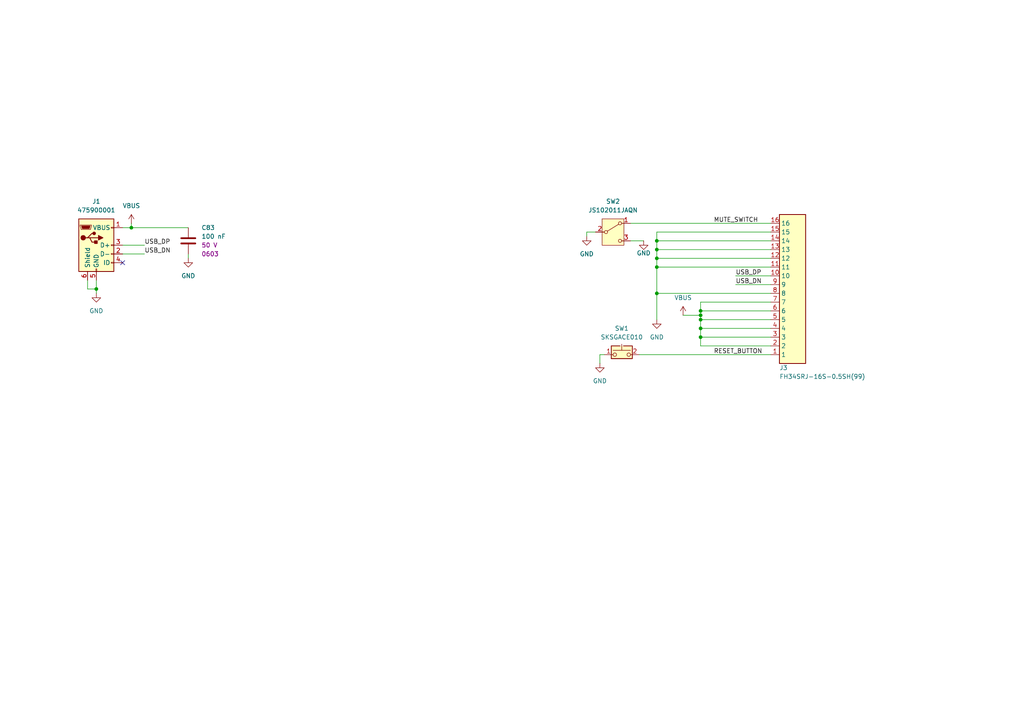
<source format=kicad_sch>
(kicad_sch (version 20250114) (generator "eeschema") (generator_version "9.0")
  (paper "A4")
  (title_block (title "GHM Input PCBA Clone") (date "2025-03-07") (rev "1.0") (company "Bob Adams 5"))
  (lib_symbols
    (symbol "AEC DbLib:Capacitors/CAP-0003" (pin_numbers (hide yes)) (pin_names (offset 0.254))
      (property "Reference" "C" (at -3.302 2.794 0))
      (property "Value" "${Capacitance}" (at -3.302 -3.048 0))
      (property "Voltage Rating" "50 V" (at 0 0 0))
      (property "Package" "0603" (at 0 0 0))
      (symbol "Capacitors/CAP-0003_0_1"
        (polyline (pts (xy -0.762 -2.032) (xy -0.762 2.032)) (stroke (width 0.508)))
        (polyline (pts (xy 0.762 -2.032) (xy 0.762 2.032)) (stroke (width 0.508)))
      )
      (symbol "Capacitors/CAP-0003_1_1"
        (pin passive line (at -3.81 0 0) (length 2.794) (name "~") (number "1"))
        (pin passive line (at 3.81 0 180) (length 2.794) (name "~") (number "2"))
      )
    )
    (symbol "AEC DbLib:Connectors/CON-0003"
      (property "Reference" "J" (at -3.302 22.86 0))
      (property "Value" "FH34SRJ-16S-0.5SH(99)" (at 0 0 0))
      (symbol "Connectors/CON-0003_1_0"
        (rectangle (start -3.81 21.59) (end 3.81 -21.59) (stroke (width 0.254)) (fill (type background)))
      )
      (symbol "Connectors/CON-0003_1_1"
        (pin passive line (at 6.35 19.05 180) (length 2.54) (name "1") (number "1"))
        (pin passive line (at 6.35 16.51 180) (length 2.54) (name "2") (number "2"))
        (pin passive line (at 6.35 13.97 180) (length 2.54) (name "3") (number "3"))
        (pin passive line (at 6.35 11.43 180) (length 2.54) (name "4") (number "4"))
        (pin passive line (at 6.35 8.89 180) (length 2.54) (name "5") (number "5"))
        (pin passive line (at 6.35 6.35 180) (length 2.54) (name "6") (number "6"))
        (pin passive line (at 6.35 3.81 180) (length 2.54) (name "7") (number "7"))
        (pin passive line (at 6.35 1.27 180) (length 2.54) (name "8") (number "8"))
        (pin passive line (at 6.35 -1.27 180) (length 2.54) (name "9") (number "9"))
        (pin passive line (at 6.35 -3.81 180) (length 2.54) (name "10") (number "10"))
        (pin passive line (at 6.35 -6.35 180) (length 2.54) (name "11") (number "11"))
        (pin passive line (at 6.35 -8.89 180) (length 2.54) (name "12") (number "12"))
        (pin passive line (at 6.35 -11.43 180) (length 2.54) (name "13") (number "13"))
        (pin passive line (at 6.35 -13.97 180) (length 2.54) (name "14") (number "14"))
        (pin passive line (at 6.35 -16.51 180) (length 2.54) (name "15") (number "15"))
        (pin passive line (at 6.35 -19.05 180) (length 2.54) (name "16") (number "16"))
      )
    )
    (symbol "AEC DbLib:Connectors/CON-0004" (pin_names (offset 1.016))
      (property "Reference" "J" (at -5.08 11.43 0))
      (property "Value" "475900001" (at -5.08 8.89 0))
      (symbol "Connectors/CON-0004_0_1"
        (rectangle (start -5.08 -7.62) (end 5.08 7.62) (stroke (width 0.254)) (fill (type background)))
        (polyline (pts (xy -4.699 5.842) (xy -4.699 5.588) (xy -4.445 4.826) (xy -4.445 4.572) (xy -1.651 4.572) (xy -1.651 4.826) (xy -1.397 5.588) (xy -1.397 5.842) (xy -4.699 5.842)))
        (polyline (pts (xy -4.318 5.588) (xy -1.778 5.588) (xy -2.032 4.826) (xy -4.064 4.826) (xy -4.318 5.588)) (fill (type outline)))
        (circle (center -3.81 2.159) (radius 0.635) (stroke (width 0.254)) (fill (type outline)))
        (polyline (pts (xy -3.175 2.159) (xy -2.54 2.159) (xy -1.27 3.429) (xy -0.635 3.429)) (stroke (width 0.254)))
        (polyline (pts (xy -2.54 2.159) (xy -1.905 2.159) (xy -1.27 0.889) (xy 0 0.889)) (stroke (width 0.254)))
        (polyline (pts (xy -1.905 2.159) (xy 0.635 2.159)) (stroke (width 0.254)))
        (circle (center -0.635 3.429) (radius 0.381) (stroke (width 0.254)) (fill (type outline)))
        (rectangle (start -0.127 -7.62) (end 0.127 -6.858))
        (rectangle (start 0.254 1.27) (end -0.508 0.508) (stroke (width 0.254)) (fill (type outline)))
        (polyline (pts (xy 0.635 2.794) (xy 0.635 1.524) (xy 1.905 2.159) (xy 0.635 2.794)) (stroke (width 0.254)) (fill (type outline)))
        (rectangle (start 5.08 4.953) (end 4.318 5.207))
        (rectangle (start 5.08 -0.127) (end 4.318 0.127))
        (rectangle (start 5.08 -2.667) (end 4.318 -2.413))
        (rectangle (start 5.08 -5.207) (end 4.318 -4.953))
      )
      (symbol "Connectors/CON-0004_1_1"
        (pin passive line (at -2.54 -10.16 90) (length 2.54) (name "Shield") (number "6"))
        (pin power_out line (at 0 -10.16 90) (length 2.54) (name "GND") (number "5"))
        (pin power_out line (at 7.62 5.08 180) (length 2.54) (name "VBUS") (number "1"))
        (pin bidirectional line (at 7.62 0 180) (length 2.54) (name "D+") (number "3"))
        (pin bidirectional line (at 7.62 -2.54 180) (length 2.54) (name "D-") (number "2"))
        (pin passive line (at 7.62 -5.08 180) (length 2.54) (name "ID") (number "4"))
      )
    )
    (symbol "AEC DbLib:IO/IO-0001" (pin_names (offset 1.016) (hide yes))
      (property "Reference" "SW" (at 4.318 2.032 0))
      (property "Value" "SKSGACE010" (at 0 4.572 0))
      (symbol "IO/IO-0001_0_1"
        (circle (center -2.032 0) (radius 0.508))
        (polyline (pts (xy 0 1.27) (xy 0 3.048)))
        (polyline (pts (xy 0.508 2.54) (xy 3.048 2.54) (xy 3.048 -1.143) (xy -3.048 -1.143) (xy -3.048 2.54) (xy -0.508 2.54)) (stroke (width -0.0254)))
        (polyline (pts (xy 0.508 2.54) (xy 3.048 2.54) (xy 3.048 -1.143) (xy -3.048 -1.143) (xy -3.048 2.54) (xy -0.508 2.54)) (stroke (width 0.254)))
        (circle (center 2.032 0) (radius 0.508))
        (polyline (pts (xy 2.54 1.27) (xy -2.54 1.27)))
        (pin passive line (at 5.08 0 180) (length 2.54) (name "2") (number "2"))
      )
      (symbol "IO/IO-0001_1_1"
        (rectangle (start -3.048 2.54) (end 3.048 -1.27) (stroke (width -0.0254)) (fill (type background)))
        (pin passive line (at -5.08 0 0) (length 2.54) (name "1") (number "1"))
        (pin passive line (at -5.08 0 0) (length 2.54) (hide yes) (name "1") (number "3"))
        (pin passive line (at 5.08 0 180) (length 2.54) (hide yes) (name "2") (number "4"))
      )
    )
    (symbol "AEC DbLib:IO/IO-0002" (pin_names (offset 0) (hide yes))
      (property "Reference" "SW" (at 0 5.08 0))
      (property "Value" "JS102011JAQN" (at 0 -5.08 0))
      (symbol "IO/IO-0002_0_1"
        (circle (center -2.032 0) (radius 0.4572))
        (polyline (pts (xy -1.651 0.254) (xy 1.651 2.286)))
        (circle (center 2.032 2.54) (radius 0.4572))
        (circle (center 2.032 -2.54) (radius 0.4572))
      )
      (symbol "IO/IO-0002_1_1"
        (rectangle (start -3.175 3.81) (end 3.175 -3.81) (fill (type background)))
        (pin passive line (at -5.08 0 0) (length 2.54) (name "B") (number "2"))
        (pin passive line (at 5.08 2.54 180) (length 2.54) (name "A") (number "1"))
        (pin passive line (at 5.08 -2.54 180) (length 2.54) (name "C") (number "3"))
      )
    )
    (symbol "power:GND" (power) (pin_numbers (hide yes)) (pin_names (offset 0) (hide yes))
      (property "Value" "GND" (at 0 -3.81 0))
      (symbol "GND_0_1"
        (polyline (pts (xy 0 0) (xy 0 -1.27) (xy 1.27 -1.27) (xy 0 -2.54) (xy -1.27 -1.27) (xy 0 -1.27)))
      )
      (symbol "GND_1_1"
        (pin power_in line (at 0 0 270) (length 0) (name "~") (number "1"))
      )
    )
    (symbol "power:VBUS" (power) (pin_numbers (hide yes)) (pin_names (offset 0) (hide yes))
      (property "Value" "VBUS" (at 0 3.556 0))
      (symbol "VBUS_0_1"
        (polyline (pts (xy -0.762 1.27) (xy 0 2.54)))
        (polyline (pts (xy 0 2.54) (xy 0.762 1.27)))
        (polyline (pts (xy 0 0) (xy 0 2.54)))
      )
      (symbol "VBUS_1_1"
        (pin power_in line (at 0 0 90) (length 0) (name "~") (number "1"))
      )
    )
  )
  (junction (at 190.5 77.47))
  (junction (at 203.2 95.25))
  (junction (at 38.1 66.04))
  (junction (at 203.2 91.44))
  (junction (at 203.2 90.17))
  (junction (at 190.5 72.39))
  (junction (at 203.2 92.71))
  (junction (at 27.94 83.82))
  (junction (at 203.2 97.79))
  (junction (at 190.5 85.09))
  (junction (at 190.5 74.93))
  (junction (at 190.5 69.85))
  (no_connect (at 35.56 76.2))
  (wire (pts (xy 35.56 66.04) (xy 38.1 66.04)))
  (wire (pts (xy 190.5 77.47) (xy 223.52 77.47)))
  (wire (pts (xy 190.5 72.39) (xy 223.52 72.39)))
  (wire (pts (xy 173.99 105.41) (xy 173.99 102.87)))
  (wire (pts (xy 203.2 100.33) (xy 223.52 100.33)))
  (wire (pts (xy 185.42 102.87) (xy 223.52 102.87)))
  (wire (pts (xy 190.5 77.47) (xy 190.5 85.09)))
  (wire (pts (xy 190.5 74.93) (xy 190.5 77.47)))
  (wire (pts (xy 203.2 90.17) (xy 203.2 87.63)))
  (wire (pts (xy 54.61 73.66) (xy 54.61 74.93)))
  (wire (pts (xy 213.36 80.01) (xy 223.52 80.01)))
  (wire (pts (xy 203.2 92.71) (xy 203.2 95.25)))
  (wire (pts (xy 203.2 97.79) (xy 203.2 100.33)))
  (wire (pts (xy 38.1 64.77) (xy 38.1 66.04)))
  (wire (pts (xy 203.2 95.25) (xy 223.52 95.25)))
  (wire (pts (xy 35.56 73.66) (xy 41.91 73.66)))
  (wire (pts (xy 190.5 85.09) (xy 223.52 85.09)))
  (wire (pts (xy 190.5 74.93) (xy 223.52 74.93)))
  (wire (pts (xy 27.94 81.28) (xy 27.94 83.82)))
  (wire (pts (xy 190.5 69.85) (xy 223.52 69.85)))
  (wire (pts (xy 203.2 95.25) (xy 203.2 97.79)))
  (wire (pts (xy 27.94 83.82) (xy 27.94 85.09)))
  (wire (pts (xy 190.5 72.39) (xy 190.5 74.93)))
  (wire (pts (xy 198.12 91.44) (xy 203.2 91.44)))
  (wire (pts (xy 203.2 91.44) (xy 203.2 90.17)))
  (wire (pts (xy 190.5 67.31) (xy 190.5 69.85)))
  (wire (pts (xy 203.2 97.79) (xy 223.52 97.79)))
  (wire (pts (xy 35.56 71.12) (xy 41.91 71.12)))
  (wire (pts (xy 38.1 66.04) (xy 54.61 66.04)))
  (wire (pts (xy 203.2 91.44) (xy 203.2 92.71)))
  (wire (pts (xy 182.88 69.85) (xy 186.69 69.85)))
  (wire (pts (xy 25.4 81.28) (xy 25.4 83.82)))
  (wire (pts (xy 190.5 85.09) (xy 190.5 92.71)))
  (wire (pts (xy 173.99 102.87) (xy 175.26 102.87)))
  (wire (pts (xy 203.2 92.71) (xy 223.52 92.71)))
  (wire (pts (xy 190.5 69.85) (xy 190.5 72.39)))
  (wire (pts (xy 203.2 90.17) (xy 223.52 90.17)))
  (wire (pts (xy 190.5 67.31) (xy 223.52 67.31)))
  (wire (pts (xy 213.36 82.55) (xy 223.52 82.55)))
  (wire (pts (xy 182.88 64.77) (xy 223.52 64.77)))
  (wire (pts (xy 27.94 83.82) (xy 25.4 83.82)))
  (wire (pts (xy 170.18 67.31) (xy 172.72 67.31)))
  (wire (pts (xy 203.2 87.63) (xy 223.52 87.63)))
  (wire (pts (xy 170.18 68.58) (xy 170.18 67.31)))
  (label "RESET_BUTTON" (at 207.01 102.87 0))
  (label "USB_DP" (at 213.36 80.01 0))
  (label "USB_DP" (at 41.91 71.12 0))
  (label "USB_DN" (at 41.91 73.66 0))
  (label "MUTE_SWITCH" (at 207.01 64.77 0))
  (label "USB_DN" (at 213.36 82.55 0))
  (symbol (lib_id "power:GND") (at 170.18 68.58 0) (unit 1)
    (property "Reference" "#PWR06" (effects (hide yes)))
    (property "Value" "GND" (at 170.18 73.66 0))
    (property "Description" "Power symbol creates a global label with name \"GND\" , ground" (effects (hide yes)))
  )
  (symbol (lib_id "AEC DbLib:Connectors/CON-0003") (at 229.87 83.82 180) (unit 1)
    (property "Reference" "J3" (at 226.06 106.68 0) (effects (justify right)))
    (property "Value" "FH34SRJ-16S-0.5SH(99)" (at 226.06 109.22 0) (effects (justify right)))
    (property "Footprint" "Connectors:HIROSE_FH34SRJ-16S-0.5SH(99)" (effects (hide yes)))
    (property "Datasheet" "$(AEC_DB_LIB)\\Datasheets\\Hirose\\FH34SRJ- S-0.5SH(99) Drawing.pdf" (effects (hide yes)))
    (property "Description" "CONN RA SMT 16 POS FFC" (effects (hide yes)))
    (property "Manufacturer" "Hirose" (effects (hide yes)))
    (property "MPN" "FH34SRJ-16S-0.5SH(99)" (effects (hide yes)))
    (property "Minimum Temperature" "-55°C" (effects (hide yes)))
    (property "Maximum Temperature" "105°C" (effects (hide yes)))
    (property "Right Angle" "1" (effects (hide yes)))
    (property "Mating Cycles Max" "20" (effects (hide yes)))
    (property "RoHS" "1" (effects (hide yes)))
    (property "Part ID" "CON-0003" (effects (hide yes)))
  )
  (symbol (lib_id "power:GND") (at 190.5 92.71 0) (unit 1)
    (property "Reference" "#PWR01" (effects (hide yes)))
    (property "Value" "GND" (at 190.5 97.79 0))
    (property "Description" "Power symbol creates a global label with name \"GND\" , ground" (effects (hide yes)))
  )
  (symbol (lib_id "power:VBUS") (at 198.12 91.44 0) (unit 1)
    (property "Reference" "#PWR02" (effects (hide yes)))
    (property "Value" "VBUS" (at 198.12 86.36 0))
    (property "Description" "Power symbol creates a global label with name \"VBUS\"" (effects (hide yes)))
  )
  (symbol (lib_id "AEC DbLib:Capacitors/CAP-0003") (at 54.61 69.85 90) (unit 1)
    (property "Reference" "C83" (at 58.42 66.0399 90) (effects (justify right)))
    (property "Value" "${Capacitance}" (at 58.42 68.5799 90) (effects (justify right)))
    (property "Footprint" "Capacitor_SMD:C_0603_1608Metric" (effects (hide yes)))
    (property "Datasheet" "$(AEC_DB_LIB)\\Datasheets\\TDK\\mlcc_automotive_general_en.pdf" (effects (hide yes)))
    (property "Description" "CAP CER 100nF 10% 50V X7R 0603 AEC" (effects (hide yes)))
    (property "Manufacturer" "TDK" (effects (hide yes)))
    (property "MPN" "CGA3E2X7R1H104K080AA" (effects (hide yes)))
    (property "Manufacturer 2" "Kyocera" (effects (hide yes)))
    (property "MPN 2" "06035C104K4T2A" (effects (hide yes)))
    (property "Capacitance" "100 nF" (effects (hide yes)))
    (property "Dielectric" "X7R" (effects (hide yes)))
    (property "Voltage Rating" "50 V" (at 58.42 71.1199 90) (effects (justify right)))
    (property "Package" "0603" (at 58.42 73.6599 90) (effects (justify right)))
    (property "Qualification" "AEC-Q200" (effects (hide yes)))
    (property "Part ID" "CAP-0003" (effects (hide yes)))
  )
  (symbol (lib_id "AEC DbLib:IO/IO-0001") (at 180.34 102.87 0) (unit 1)
    (property "Reference" "SW1" (at 180.34 95.25 0))
    (property "Value" "SKSGACE010" (at 180.34 97.79 0))
    (property "Footprint" "IO:ALPSALPINE_SKSGACE010" (effects (hide yes)))
    (property "Datasheet" "$(AEC_DB_LIB)\\Datasheets\\Alps Alpine\\sksgace010.pdf" (effects (hide yes)))
    (property "Description" "IO BUTTON MOMENTARY SMD" (effects (hide yes)))
    (property "Manufacturer" "Alps Alpine" (effects (hide yes)))
    (property "MPN" "SKSGACE010" (effects (hide yes)))
    (property "Minimum Temperature" "-40°C" (effects (hide yes)))
    (property "Maximum Temperature" "85°C" (effects (hide yes)))
    (property "Right Angle" "0" (effects (hide yes)))
    (property "Usage Cycle Limit" "200000" (effects (hide yes)))
    (property "RoHS" "1" (effects (hide yes)))
    (property "Part ID" "IO-0001" (effects (hide yes)))
  )
  (symbol (lib_id "power:GND") (at 186.69 69.85 0) (unit 1)
    (property "Reference" "#PWR07" (effects (hide yes)))
    (property "Value" "GND" (at 186.69 73.406 0))
    (property "Description" "Power symbol creates a global label with name \"GND\" , ground" (effects (hide yes)))
  )
  (symbol (lib_id "AEC DbLib:IO/IO-0002") (at 177.8 67.31 0) (unit 1)
    (property "Reference" "SW2" (at 177.8 58.42 0))
    (property "Value" "JS102011JAQN" (at 177.8 60.96 0))
    (property "Footprint" "IO:C&K_JS102011JAQN" (effects (hide yes)))
    (property "Datasheet" "$(AEC_DB_LIB)\\Datasheets\\C&K\\js.pdf" (effects (hide yes)))
    (property "Description" "IO SLIDE SWITCH RA SMD" (effects (hide yes)))
    (property "Manufacturer" "C&K" (effects (hide yes)))
    (property "MPN" "JS102011JAQN" (effects (hide yes)))
    (property "Minimum Temperature" "-40°C" (effects (hide yes)))
    (property "Maximum Temperature" "85°C" (effects (hide yes)))
    (property "Right Angle" "1" (effects (hide yes)))
    (property "Usage Cycle Limit" "5000" (effects (hide yes)))
    (property "RoHS" "1" (effects (hide yes)))
    (property "Part ID" "IO-0002" (effects (hide yes)))
  )
  (symbol (lib_id "power:VBUS") (at 38.1 64.77 0) (unit 1)
    (property "Reference" "#PWR03" (effects (hide yes)))
    (property "Value" "VBUS" (at 38.1 59.69 0))
    (property "Description" "Power symbol creates a global label with name \"VBUS\"" (effects (hide yes)))
  )
  (symbol (lib_id "power:GND") (at 54.61 74.93 0) (unit 1)
    (property "Reference" "#PWR08" (effects (hide yes)))
    (property "Value" "GND" (at 54.61 80.01 0))
    (property "Description" "Power symbol creates a global label with name \"GND\" , ground" (effects (hide yes)))
  )
  (symbol (lib_id "AEC DbLib:Connectors/CON-0004") (at 27.94 71.12 0) (unit 1)
    (property "Reference" "J1" (at 27.94 58.42 0))
    (property "Value" "475900001" (at 27.94 60.96 0))
    (property "Footprint" "Connectors:MOLEX_475900001" (effects (hide yes)))
    (property "Datasheet" "$(AEC_DB_LIB)\\Datasheets\\Molex\\475900001.pdf" (effects (hide yes)))
    (property "Description" "CONN RA SMT USB MICRO AB" (effects (hide yes)))
    (property "Manufacturer" "Molex" (effects (hide yes)))
    (property "MPN" "475900001" (effects (hide yes)))
    (property "Minimum Temperature" "-30°C" (effects (hide yes)))
    (property "Maximum Temperature" "85°C" (effects (hide yes)))
    (property "Right Angle" "1" (effects (hide yes)))
    (property "Mating Cycles Max" "10000" (effects (hide yes)))
    (property "RoHS" "0" (effects (hide yes)))
    (property "Part ID" "CON-0004" (effects (hide yes)))
  )
  (symbol (lib_id "power:GND") (at 173.99 105.41 0) (unit 1)
    (property "Reference" "#PWR05" (effects (hide yes)))
    (property "Value" "GND" (at 173.99 110.49 0))
    (property "Description" "Power symbol creates a global label with name \"GND\" , ground" (effects (hide yes)))
  )
  (symbol (lib_id "power:GND") (at 27.94 85.09 0) (unit 1)
    (property "Reference" "#PWR04" (effects (hide yes)))
    (property "Value" "GND" (at 27.94 90.17 0))
    (property "Description" "Power symbol creates a global label with name \"GND\" , ground" (effects (hide yes)))
  )
)
</source>
